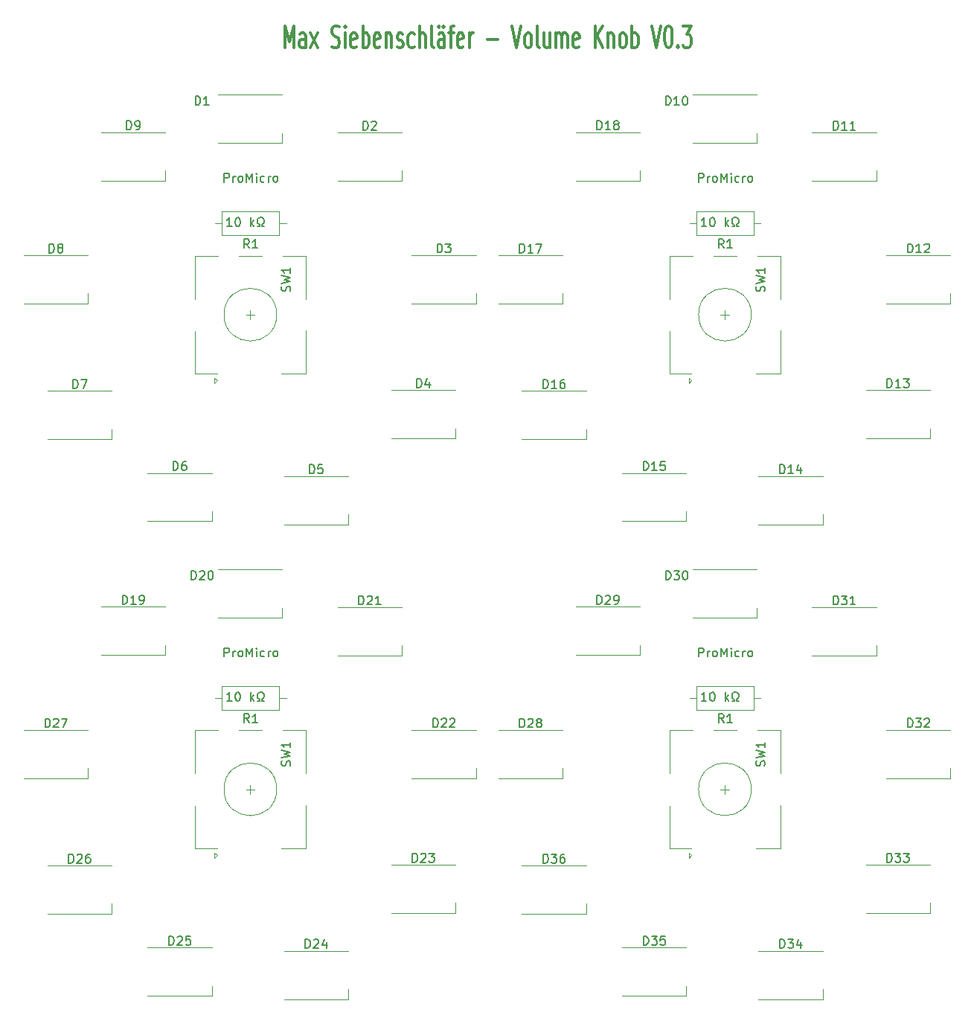
<source format=gbr>
%TF.GenerationSoftware,KiCad,Pcbnew,(6.0.0)*%
%TF.CreationDate,2022-01-02T19:46:58+01:00*%
%TF.ProjectId,VolumeKnob,566f6c75-6d65-44b6-9e6f-622e6b696361,rev?*%
%TF.SameCoordinates,Original*%
%TF.FileFunction,Legend,Top*%
%TF.FilePolarity,Positive*%
%FSLAX46Y46*%
G04 Gerber Fmt 4.6, Leading zero omitted, Abs format (unit mm)*
G04 Created by KiCad (PCBNEW (6.0.0)) date 2022-01-02 19:46:58*
%MOMM*%
%LPD*%
G01*
G04 APERTURE LIST*
%ADD10C,0.300000*%
%ADD11C,0.150000*%
%ADD12C,0.120000*%
G04 APERTURE END LIST*
D10*
X53928571Y-19632949D02*
X53928571Y-17132949D01*
X54428571Y-18918663D01*
X54928571Y-17132949D01*
X54928571Y-19632949D01*
X56285714Y-19632949D02*
X56285714Y-18323425D01*
X56214285Y-18085330D01*
X56071428Y-17966282D01*
X55785714Y-17966282D01*
X55642857Y-18085330D01*
X56285714Y-19513901D02*
X56142857Y-19632949D01*
X55785714Y-19632949D01*
X55642857Y-19513901D01*
X55571428Y-19275806D01*
X55571428Y-19037711D01*
X55642857Y-18799616D01*
X55785714Y-18680568D01*
X56142857Y-18680568D01*
X56285714Y-18561520D01*
X56857142Y-19632949D02*
X57642857Y-17966282D01*
X56857142Y-17966282D02*
X57642857Y-19632949D01*
X59285714Y-19513901D02*
X59499999Y-19632949D01*
X59857142Y-19632949D01*
X59999999Y-19513901D01*
X60071428Y-19394854D01*
X60142857Y-19156758D01*
X60142857Y-18918663D01*
X60071428Y-18680568D01*
X59999999Y-18561520D01*
X59857142Y-18442473D01*
X59571428Y-18323425D01*
X59428571Y-18204377D01*
X59357142Y-18085330D01*
X59285714Y-17847235D01*
X59285714Y-17609139D01*
X59357142Y-17371044D01*
X59428571Y-17251997D01*
X59571428Y-17132949D01*
X59928571Y-17132949D01*
X60142857Y-17251997D01*
X60785714Y-19632949D02*
X60785714Y-17966282D01*
X60785714Y-17132949D02*
X60714285Y-17251997D01*
X60785714Y-17371044D01*
X60857142Y-17251997D01*
X60785714Y-17132949D01*
X60785714Y-17371044D01*
X62071428Y-19513901D02*
X61928571Y-19632949D01*
X61642857Y-19632949D01*
X61499999Y-19513901D01*
X61428571Y-19275806D01*
X61428571Y-18323425D01*
X61499999Y-18085330D01*
X61642857Y-17966282D01*
X61928571Y-17966282D01*
X62071428Y-18085330D01*
X62142857Y-18323425D01*
X62142857Y-18561520D01*
X61428571Y-18799616D01*
X62785714Y-19632949D02*
X62785714Y-17132949D01*
X62785714Y-18085330D02*
X62928571Y-17966282D01*
X63214285Y-17966282D01*
X63357142Y-18085330D01*
X63428571Y-18204377D01*
X63499999Y-18442473D01*
X63499999Y-19156758D01*
X63428571Y-19394854D01*
X63357142Y-19513901D01*
X63214285Y-19632949D01*
X62928571Y-19632949D01*
X62785714Y-19513901D01*
X64714285Y-19513901D02*
X64571428Y-19632949D01*
X64285714Y-19632949D01*
X64142857Y-19513901D01*
X64071428Y-19275806D01*
X64071428Y-18323425D01*
X64142857Y-18085330D01*
X64285714Y-17966282D01*
X64571428Y-17966282D01*
X64714285Y-18085330D01*
X64785714Y-18323425D01*
X64785714Y-18561520D01*
X64071428Y-18799616D01*
X65428571Y-17966282D02*
X65428571Y-19632949D01*
X65428571Y-18204377D02*
X65499999Y-18085330D01*
X65642857Y-17966282D01*
X65857142Y-17966282D01*
X65999999Y-18085330D01*
X66071428Y-18323425D01*
X66071428Y-19632949D01*
X66714285Y-19513901D02*
X66857142Y-19632949D01*
X67142857Y-19632949D01*
X67285714Y-19513901D01*
X67357142Y-19275806D01*
X67357142Y-19156758D01*
X67285714Y-18918663D01*
X67142857Y-18799616D01*
X66928571Y-18799616D01*
X66785714Y-18680568D01*
X66714285Y-18442473D01*
X66714285Y-18323425D01*
X66785714Y-18085330D01*
X66928571Y-17966282D01*
X67142857Y-17966282D01*
X67285714Y-18085330D01*
X68642857Y-19513901D02*
X68500000Y-19632949D01*
X68214285Y-19632949D01*
X68071428Y-19513901D01*
X68000000Y-19394854D01*
X67928571Y-19156758D01*
X67928571Y-18442473D01*
X68000000Y-18204377D01*
X68071428Y-18085330D01*
X68214285Y-17966282D01*
X68500000Y-17966282D01*
X68642857Y-18085330D01*
X69285714Y-19632949D02*
X69285714Y-17132949D01*
X69928571Y-19632949D02*
X69928571Y-18323425D01*
X69857142Y-18085330D01*
X69714285Y-17966282D01*
X69500000Y-17966282D01*
X69357142Y-18085330D01*
X69285714Y-18204377D01*
X70857142Y-19632949D02*
X70714285Y-19513901D01*
X70642857Y-19275806D01*
X70642857Y-17132949D01*
X72071428Y-19632949D02*
X72071428Y-18323425D01*
X72000000Y-18085330D01*
X71857142Y-17966282D01*
X71571428Y-17966282D01*
X71428571Y-18085330D01*
X72071428Y-19513901D02*
X71928571Y-19632949D01*
X71571428Y-19632949D01*
X71428571Y-19513901D01*
X71357142Y-19275806D01*
X71357142Y-19037711D01*
X71428571Y-18799616D01*
X71571428Y-18680568D01*
X71928571Y-18680568D01*
X72071428Y-18561520D01*
X71428571Y-17132949D02*
X71500000Y-17251997D01*
X71428571Y-17371044D01*
X71357142Y-17251997D01*
X71428571Y-17132949D01*
X71428571Y-17371044D01*
X72000000Y-17132949D02*
X72071428Y-17251997D01*
X72000000Y-17371044D01*
X71928571Y-17251997D01*
X72000000Y-17132949D01*
X72000000Y-17371044D01*
X72571428Y-17966282D02*
X73142857Y-17966282D01*
X72785714Y-19632949D02*
X72785714Y-17490092D01*
X72857142Y-17251997D01*
X73000000Y-17132949D01*
X73142857Y-17132949D01*
X74214285Y-19513901D02*
X74071428Y-19632949D01*
X73785714Y-19632949D01*
X73642857Y-19513901D01*
X73571428Y-19275806D01*
X73571428Y-18323425D01*
X73642857Y-18085330D01*
X73785714Y-17966282D01*
X74071428Y-17966282D01*
X74214285Y-18085330D01*
X74285714Y-18323425D01*
X74285714Y-18561520D01*
X73571428Y-18799616D01*
X74928571Y-19632949D02*
X74928571Y-17966282D01*
X74928571Y-18442473D02*
X75000000Y-18204377D01*
X75071428Y-18085330D01*
X75214285Y-17966282D01*
X75357142Y-17966282D01*
X77000000Y-18680568D02*
X78142857Y-18680568D01*
X79785714Y-17132949D02*
X80285714Y-19632949D01*
X80785714Y-17132949D01*
X81500000Y-19632949D02*
X81357142Y-19513901D01*
X81285714Y-19394854D01*
X81214285Y-19156758D01*
X81214285Y-18442473D01*
X81285714Y-18204377D01*
X81357142Y-18085330D01*
X81500000Y-17966282D01*
X81714285Y-17966282D01*
X81857142Y-18085330D01*
X81928571Y-18204377D01*
X82000000Y-18442473D01*
X82000000Y-19156758D01*
X81928571Y-19394854D01*
X81857142Y-19513901D01*
X81714285Y-19632949D01*
X81500000Y-19632949D01*
X82857142Y-19632949D02*
X82714285Y-19513901D01*
X82642857Y-19275806D01*
X82642857Y-17132949D01*
X84071428Y-17966282D02*
X84071428Y-19632949D01*
X83428571Y-17966282D02*
X83428571Y-19275806D01*
X83500000Y-19513901D01*
X83642857Y-19632949D01*
X83857142Y-19632949D01*
X84000000Y-19513901D01*
X84071428Y-19394854D01*
X84785714Y-19632949D02*
X84785714Y-17966282D01*
X84785714Y-18204377D02*
X84857142Y-18085330D01*
X85000000Y-17966282D01*
X85214285Y-17966282D01*
X85357142Y-18085330D01*
X85428571Y-18323425D01*
X85428571Y-19632949D01*
X85428571Y-18323425D02*
X85500000Y-18085330D01*
X85642857Y-17966282D01*
X85857142Y-17966282D01*
X86000000Y-18085330D01*
X86071428Y-18323425D01*
X86071428Y-19632949D01*
X87357142Y-19513901D02*
X87214285Y-19632949D01*
X86928571Y-19632949D01*
X86785714Y-19513901D01*
X86714285Y-19275806D01*
X86714285Y-18323425D01*
X86785714Y-18085330D01*
X86928571Y-17966282D01*
X87214285Y-17966282D01*
X87357142Y-18085330D01*
X87428571Y-18323425D01*
X87428571Y-18561520D01*
X86714285Y-18799616D01*
X89214285Y-19632949D02*
X89214285Y-17132949D01*
X90071428Y-19632949D02*
X89428571Y-18204377D01*
X90071428Y-17132949D02*
X89214285Y-18561520D01*
X90714285Y-17966282D02*
X90714285Y-19632949D01*
X90714285Y-18204377D02*
X90785714Y-18085330D01*
X90928571Y-17966282D01*
X91142857Y-17966282D01*
X91285714Y-18085330D01*
X91357142Y-18323425D01*
X91357142Y-19632949D01*
X92285714Y-19632949D02*
X92142857Y-19513901D01*
X92071428Y-19394854D01*
X92000000Y-19156758D01*
X92000000Y-18442473D01*
X92071428Y-18204377D01*
X92142857Y-18085330D01*
X92285714Y-17966282D01*
X92500000Y-17966282D01*
X92642857Y-18085330D01*
X92714285Y-18204377D01*
X92785714Y-18442473D01*
X92785714Y-19156758D01*
X92714285Y-19394854D01*
X92642857Y-19513901D01*
X92500000Y-19632949D01*
X92285714Y-19632949D01*
X93428571Y-19632949D02*
X93428571Y-17132949D01*
X93428571Y-18085330D02*
X93571428Y-17966282D01*
X93857142Y-17966282D01*
X94000000Y-18085330D01*
X94071428Y-18204377D01*
X94142857Y-18442473D01*
X94142857Y-19156758D01*
X94071428Y-19394854D01*
X94000000Y-19513901D01*
X93857142Y-19632949D01*
X93571428Y-19632949D01*
X93428571Y-19513901D01*
X95714285Y-17132949D02*
X96214285Y-19632949D01*
X96714285Y-17132949D01*
X97500000Y-17132949D02*
X97642857Y-17132949D01*
X97785714Y-17251997D01*
X97857142Y-17371044D01*
X97928571Y-17609139D01*
X98000000Y-18085330D01*
X98000000Y-18680568D01*
X97928571Y-19156758D01*
X97857142Y-19394854D01*
X97785714Y-19513901D01*
X97642857Y-19632949D01*
X97500000Y-19632949D01*
X97357142Y-19513901D01*
X97285714Y-19394854D01*
X97214285Y-19156758D01*
X97142857Y-18680568D01*
X97142857Y-18085330D01*
X97214285Y-17609139D01*
X97285714Y-17371044D01*
X97357142Y-17251997D01*
X97500000Y-17132949D01*
X98642857Y-19394854D02*
X98714285Y-19513901D01*
X98642857Y-19632949D01*
X98571428Y-19513901D01*
X98642857Y-19394854D01*
X98642857Y-19632949D01*
X99214285Y-17132949D02*
X100142857Y-17132949D01*
X99642857Y-18085330D01*
X99857142Y-18085330D01*
X100000000Y-18204377D01*
X100071428Y-18323425D01*
X100142857Y-18561520D01*
X100142857Y-19156758D01*
X100071428Y-19394854D01*
X100000000Y-19513901D01*
X99857142Y-19632949D01*
X99428571Y-19632949D01*
X99285714Y-19513901D01*
X99214285Y-19394854D01*
D11*
%TO.C,D34*%
X110255718Y-122072383D02*
X110255718Y-121072383D01*
X110493813Y-121072383D01*
X110636670Y-121120003D01*
X110731908Y-121215241D01*
X110779527Y-121310479D01*
X110827146Y-121500955D01*
X110827146Y-121643812D01*
X110779527Y-121834288D01*
X110731908Y-121929526D01*
X110636670Y-122024764D01*
X110493813Y-122072383D01*
X110255718Y-122072383D01*
X111160480Y-121072383D02*
X111779527Y-121072383D01*
X111446194Y-121453336D01*
X111589051Y-121453336D01*
X111684289Y-121500955D01*
X111731908Y-121548574D01*
X111779527Y-121643812D01*
X111779527Y-121881907D01*
X111731908Y-121977145D01*
X111684289Y-122024764D01*
X111589051Y-122072383D01*
X111303337Y-122072383D01*
X111208099Y-122024764D01*
X111160480Y-121977145D01*
X112636670Y-121405717D02*
X112636670Y-122072383D01*
X112398575Y-121024764D02*
X112160480Y-121739050D01*
X112779527Y-121739050D01*
%TO.C,R1*%
X103863337Y-42422377D02*
X103530004Y-41946187D01*
X103291908Y-42422377D02*
X103291908Y-41422377D01*
X103672861Y-41422377D01*
X103768099Y-41469997D01*
X103815718Y-41517616D01*
X103863337Y-41612854D01*
X103863337Y-41755711D01*
X103815718Y-41850949D01*
X103768099Y-41898568D01*
X103672861Y-41946187D01*
X103291908Y-41946187D01*
X104815718Y-42422377D02*
X104244289Y-42422377D01*
X104530004Y-42422377D02*
X104530004Y-41422377D01*
X104434765Y-41565235D01*
X104339527Y-41660473D01*
X104244289Y-41708092D01*
X101891432Y-39952377D02*
X101320004Y-39952377D01*
X101605718Y-39952377D02*
X101605718Y-38952377D01*
X101510480Y-39095235D01*
X101415242Y-39190473D01*
X101320004Y-39238092D01*
X102510480Y-38952377D02*
X102605718Y-38952377D01*
X102700956Y-38999997D01*
X102748575Y-39047616D01*
X102796194Y-39142854D01*
X102843813Y-39333330D01*
X102843813Y-39571425D01*
X102796194Y-39761901D01*
X102748575Y-39857139D01*
X102700956Y-39904758D01*
X102605718Y-39952377D01*
X102510480Y-39952377D01*
X102415242Y-39904758D01*
X102367623Y-39857139D01*
X102320004Y-39761901D01*
X102272384Y-39571425D01*
X102272384Y-39333330D01*
X102320004Y-39142854D01*
X102367623Y-39047616D01*
X102415242Y-38999997D01*
X102510480Y-38952377D01*
X104034289Y-39952377D02*
X104034289Y-38952377D01*
X104129527Y-39571425D02*
X104415242Y-39952377D01*
X104415242Y-39285711D02*
X104034289Y-39666663D01*
X104796194Y-39952377D02*
X105034289Y-39952377D01*
X105034289Y-39761901D01*
X104939051Y-39714282D01*
X104843813Y-39619044D01*
X104796194Y-39476187D01*
X104796194Y-39238092D01*
X104843813Y-39095235D01*
X104939051Y-38999997D01*
X105081908Y-38952377D01*
X105272384Y-38952377D01*
X105415242Y-38999997D01*
X105510480Y-39095235D01*
X105558099Y-39238092D01*
X105558099Y-39476187D01*
X105510480Y-39619044D01*
X105415242Y-39714282D01*
X105320004Y-39761901D01*
X105320004Y-39952377D01*
X105558099Y-39952377D01*
%TO.C,D20*%
X43275711Y-80152383D02*
X43275711Y-79152383D01*
X43513806Y-79152383D01*
X43656663Y-79200003D01*
X43751901Y-79295241D01*
X43799520Y-79390479D01*
X43847139Y-79580955D01*
X43847139Y-79723812D01*
X43799520Y-79914288D01*
X43751901Y-80009526D01*
X43656663Y-80104764D01*
X43513806Y-80152383D01*
X43275711Y-80152383D01*
X44228092Y-79247622D02*
X44275711Y-79200003D01*
X44370949Y-79152383D01*
X44609044Y-79152383D01*
X44704282Y-79200003D01*
X44751901Y-79247622D01*
X44799520Y-79342860D01*
X44799520Y-79438098D01*
X44751901Y-79580955D01*
X44180473Y-80152383D01*
X44799520Y-80152383D01*
X45418568Y-79152383D02*
X45513806Y-79152383D01*
X45609044Y-79200003D01*
X45656663Y-79247622D01*
X45704282Y-79342860D01*
X45751901Y-79533336D01*
X45751901Y-79771431D01*
X45704282Y-79961907D01*
X45656663Y-80057145D01*
X45609044Y-80104764D01*
X45513806Y-80152383D01*
X45418568Y-80152383D01*
X45323330Y-80104764D01*
X45275711Y-80057145D01*
X45228092Y-79961907D01*
X45180473Y-79771431D01*
X45180473Y-79533336D01*
X45228092Y-79342860D01*
X45275711Y-79247622D01*
X45323330Y-79200003D01*
X45418568Y-79152383D01*
%TO.C,D17*%
X80645718Y-42952377D02*
X80645718Y-41952377D01*
X80883813Y-41952377D01*
X81026670Y-41999997D01*
X81121908Y-42095235D01*
X81169527Y-42190473D01*
X81217146Y-42380949D01*
X81217146Y-42523806D01*
X81169527Y-42714282D01*
X81121908Y-42809520D01*
X81026670Y-42904758D01*
X80883813Y-42952377D01*
X80645718Y-42952377D01*
X82169527Y-42952377D02*
X81598099Y-42952377D01*
X81883813Y-42952377D02*
X81883813Y-41952377D01*
X81788575Y-42095235D01*
X81693337Y-42190473D01*
X81598099Y-42238092D01*
X82502861Y-41952377D02*
X83169527Y-41952377D01*
X82740956Y-42952377D01*
%TO.C,D28*%
X80645718Y-96952383D02*
X80645718Y-95952383D01*
X80883813Y-95952383D01*
X81026670Y-96000003D01*
X81121908Y-96095241D01*
X81169527Y-96190479D01*
X81217146Y-96380955D01*
X81217146Y-96523812D01*
X81169527Y-96714288D01*
X81121908Y-96809526D01*
X81026670Y-96904764D01*
X80883813Y-96952383D01*
X80645718Y-96952383D01*
X81598099Y-96047622D02*
X81645718Y-96000003D01*
X81740956Y-95952383D01*
X81979051Y-95952383D01*
X82074289Y-96000003D01*
X82121908Y-96047622D01*
X82169527Y-96142860D01*
X82169527Y-96238098D01*
X82121908Y-96380955D01*
X81550480Y-96952383D01*
X82169527Y-96952383D01*
X82740956Y-96380955D02*
X82645718Y-96333336D01*
X82598099Y-96285717D01*
X82550480Y-96190479D01*
X82550480Y-96142860D01*
X82598099Y-96047622D01*
X82645718Y-96000003D01*
X82740956Y-95952383D01*
X82931432Y-95952383D01*
X83026670Y-96000003D01*
X83074289Y-96047622D01*
X83121908Y-96142860D01*
X83121908Y-96190479D01*
X83074289Y-96285717D01*
X83026670Y-96333336D01*
X82931432Y-96380955D01*
X82740956Y-96380955D01*
X82645718Y-96428574D01*
X82598099Y-96476193D01*
X82550480Y-96571431D01*
X82550480Y-96761907D01*
X82598099Y-96857145D01*
X82645718Y-96904764D01*
X82740956Y-96952383D01*
X82931432Y-96952383D01*
X83026670Y-96904764D01*
X83074289Y-96857145D01*
X83121908Y-96761907D01*
X83121908Y-96571431D01*
X83074289Y-96476193D01*
X83026670Y-96428574D01*
X82931432Y-96380955D01*
%TO.C,D36*%
X83335718Y-112382383D02*
X83335718Y-111382383D01*
X83573813Y-111382383D01*
X83716670Y-111430003D01*
X83811908Y-111525241D01*
X83859527Y-111620479D01*
X83907146Y-111810955D01*
X83907146Y-111953812D01*
X83859527Y-112144288D01*
X83811908Y-112239526D01*
X83716670Y-112334764D01*
X83573813Y-112382383D01*
X83335718Y-112382383D01*
X84240480Y-111382383D02*
X84859527Y-111382383D01*
X84526194Y-111763336D01*
X84669051Y-111763336D01*
X84764289Y-111810955D01*
X84811908Y-111858574D01*
X84859527Y-111953812D01*
X84859527Y-112191907D01*
X84811908Y-112287145D01*
X84764289Y-112334764D01*
X84669051Y-112382383D01*
X84383337Y-112382383D01*
X84288099Y-112334764D01*
X84240480Y-112287145D01*
X85716670Y-111382383D02*
X85526194Y-111382383D01*
X85430956Y-111430003D01*
X85383337Y-111477622D01*
X85288099Y-111620479D01*
X85240480Y-111810955D01*
X85240480Y-112191907D01*
X85288099Y-112287145D01*
X85335718Y-112334764D01*
X85430956Y-112382383D01*
X85621432Y-112382383D01*
X85716670Y-112334764D01*
X85764289Y-112287145D01*
X85811908Y-112191907D01*
X85811908Y-111953812D01*
X85764289Y-111858574D01*
X85716670Y-111810955D01*
X85621432Y-111763336D01*
X85430956Y-111763336D01*
X85335718Y-111810955D01*
X85288099Y-111858574D01*
X85240480Y-111953812D01*
%TO.C,D6*%
X41211901Y-67712377D02*
X41211901Y-66712377D01*
X41449997Y-66712377D01*
X41592854Y-66759997D01*
X41688092Y-66855235D01*
X41735711Y-66950473D01*
X41783330Y-67140949D01*
X41783330Y-67283806D01*
X41735711Y-67474282D01*
X41688092Y-67569520D01*
X41592854Y-67664758D01*
X41449997Y-67712377D01*
X41211901Y-67712377D01*
X42640473Y-66712377D02*
X42449997Y-66712377D01*
X42354758Y-66759997D01*
X42307139Y-66807616D01*
X42211901Y-66950473D01*
X42164282Y-67140949D01*
X42164282Y-67521901D01*
X42211901Y-67617139D01*
X42259520Y-67664758D01*
X42354758Y-67712377D01*
X42545235Y-67712377D01*
X42640473Y-67664758D01*
X42688092Y-67617139D01*
X42735711Y-67521901D01*
X42735711Y-67283806D01*
X42688092Y-67188568D01*
X42640473Y-67140949D01*
X42545235Y-67093330D01*
X42354758Y-67093330D01*
X42259520Y-67140949D01*
X42211901Y-67188568D01*
X42164282Y-67283806D01*
%TO.C,D15*%
X94735718Y-67712377D02*
X94735718Y-66712377D01*
X94973813Y-66712377D01*
X95116670Y-66759997D01*
X95211908Y-66855235D01*
X95259527Y-66950473D01*
X95307146Y-67140949D01*
X95307146Y-67283806D01*
X95259527Y-67474282D01*
X95211908Y-67569520D01*
X95116670Y-67664758D01*
X94973813Y-67712377D01*
X94735718Y-67712377D01*
X96259527Y-67712377D02*
X95688099Y-67712377D01*
X95973813Y-67712377D02*
X95973813Y-66712377D01*
X95878575Y-66855235D01*
X95783337Y-66950473D01*
X95688099Y-66998092D01*
X97164289Y-66712377D02*
X96688099Y-66712377D01*
X96640480Y-67188568D01*
X96688099Y-67140949D01*
X96783337Y-67093330D01*
X97021432Y-67093330D01*
X97116670Y-67140949D01*
X97164289Y-67188568D01*
X97211908Y-67283806D01*
X97211908Y-67521901D01*
X97164289Y-67617139D01*
X97116670Y-67664758D01*
X97021432Y-67712377D01*
X96783337Y-67712377D01*
X96688099Y-67664758D01*
X96640480Y-67617139D01*
%TO.C,D27*%
X26645711Y-96952383D02*
X26645711Y-95952383D01*
X26883806Y-95952383D01*
X27026663Y-96000003D01*
X27121901Y-96095241D01*
X27169520Y-96190479D01*
X27217139Y-96380955D01*
X27217139Y-96523812D01*
X27169520Y-96714288D01*
X27121901Y-96809526D01*
X27026663Y-96904764D01*
X26883806Y-96952383D01*
X26645711Y-96952383D01*
X27598092Y-96047622D02*
X27645711Y-96000003D01*
X27740949Y-95952383D01*
X27979044Y-95952383D01*
X28074282Y-96000003D01*
X28121901Y-96047622D01*
X28169520Y-96142860D01*
X28169520Y-96238098D01*
X28121901Y-96380955D01*
X27550473Y-96952383D01*
X28169520Y-96952383D01*
X28502854Y-95952383D02*
X29169520Y-95952383D01*
X28740949Y-96952383D01*
%TO.C,D29*%
X89445718Y-82942383D02*
X89445718Y-81942383D01*
X89683813Y-81942383D01*
X89826670Y-81990003D01*
X89921908Y-82085241D01*
X89969527Y-82180479D01*
X90017146Y-82370955D01*
X90017146Y-82513812D01*
X89969527Y-82704288D01*
X89921908Y-82799526D01*
X89826670Y-82894764D01*
X89683813Y-82942383D01*
X89445718Y-82942383D01*
X90398099Y-82037622D02*
X90445718Y-81990003D01*
X90540956Y-81942383D01*
X90779051Y-81942383D01*
X90874289Y-81990003D01*
X90921908Y-82037622D01*
X90969527Y-82132860D01*
X90969527Y-82228098D01*
X90921908Y-82370955D01*
X90350480Y-82942383D01*
X90969527Y-82942383D01*
X91445718Y-82942383D02*
X91636194Y-82942383D01*
X91731432Y-82894764D01*
X91779051Y-82847145D01*
X91874289Y-82704288D01*
X91921908Y-82513812D01*
X91921908Y-82132860D01*
X91874289Y-82037622D01*
X91826670Y-81990003D01*
X91731432Y-81942383D01*
X91540956Y-81942383D01*
X91445718Y-81990003D01*
X91398099Y-82037622D01*
X91350480Y-82132860D01*
X91350480Y-82370955D01*
X91398099Y-82466193D01*
X91445718Y-82513812D01*
X91540956Y-82561431D01*
X91731432Y-82561431D01*
X91826670Y-82513812D01*
X91874289Y-82466193D01*
X91921908Y-82370955D01*
%TO.C,D18*%
X89445718Y-28942377D02*
X89445718Y-27942377D01*
X89683813Y-27942377D01*
X89826670Y-27989997D01*
X89921908Y-28085235D01*
X89969527Y-28180473D01*
X90017146Y-28370949D01*
X90017146Y-28513806D01*
X89969527Y-28704282D01*
X89921908Y-28799520D01*
X89826670Y-28894758D01*
X89683813Y-28942377D01*
X89445718Y-28942377D01*
X90969527Y-28942377D02*
X90398099Y-28942377D01*
X90683813Y-28942377D02*
X90683813Y-27942377D01*
X90588575Y-28085235D01*
X90493337Y-28180473D01*
X90398099Y-28228092D01*
X91540956Y-28370949D02*
X91445718Y-28323330D01*
X91398099Y-28275711D01*
X91350480Y-28180473D01*
X91350480Y-28132854D01*
X91398099Y-28037616D01*
X91445718Y-27989997D01*
X91540956Y-27942377D01*
X91731432Y-27942377D01*
X91826670Y-27989997D01*
X91874289Y-28037616D01*
X91921908Y-28132854D01*
X91921908Y-28180473D01*
X91874289Y-28275711D01*
X91826670Y-28323330D01*
X91731432Y-28370949D01*
X91540956Y-28370949D01*
X91445718Y-28418568D01*
X91398099Y-28466187D01*
X91350480Y-28561425D01*
X91350480Y-28751901D01*
X91398099Y-28847139D01*
X91445718Y-28894758D01*
X91540956Y-28942377D01*
X91731432Y-28942377D01*
X91826670Y-28894758D01*
X91874289Y-28847139D01*
X91921908Y-28751901D01*
X91921908Y-28561425D01*
X91874289Y-28466187D01*
X91826670Y-28418568D01*
X91731432Y-28370949D01*
%TO.C,U1*%
X101036194Y-88912383D02*
X101036194Y-87912383D01*
X101417146Y-87912383D01*
X101512384Y-87960003D01*
X101560004Y-88007622D01*
X101607623Y-88102860D01*
X101607623Y-88245717D01*
X101560004Y-88340955D01*
X101512384Y-88388574D01*
X101417146Y-88436193D01*
X101036194Y-88436193D01*
X102036194Y-88912383D02*
X102036194Y-88245717D01*
X102036194Y-88436193D02*
X102083813Y-88340955D01*
X102131432Y-88293336D01*
X102226670Y-88245717D01*
X102321908Y-88245717D01*
X102798099Y-88912383D02*
X102702861Y-88864764D01*
X102655242Y-88817145D01*
X102607623Y-88721907D01*
X102607623Y-88436193D01*
X102655242Y-88340955D01*
X102702861Y-88293336D01*
X102798099Y-88245717D01*
X102940956Y-88245717D01*
X103036194Y-88293336D01*
X103083813Y-88340955D01*
X103131432Y-88436193D01*
X103131432Y-88721907D01*
X103083813Y-88817145D01*
X103036194Y-88864764D01*
X102940956Y-88912383D01*
X102798099Y-88912383D01*
X103560004Y-88912383D02*
X103560004Y-87912383D01*
X103893337Y-88626669D01*
X104226670Y-87912383D01*
X104226670Y-88912383D01*
X104702861Y-88912383D02*
X104702861Y-88245717D01*
X104702861Y-87912383D02*
X104655242Y-87960003D01*
X104702861Y-88007622D01*
X104750480Y-87960003D01*
X104702861Y-87912383D01*
X104702861Y-88007622D01*
X105607623Y-88864764D02*
X105512384Y-88912383D01*
X105321908Y-88912383D01*
X105226670Y-88864764D01*
X105179051Y-88817145D01*
X105131432Y-88721907D01*
X105131432Y-88436193D01*
X105179051Y-88340955D01*
X105226670Y-88293336D01*
X105321908Y-88245717D01*
X105512384Y-88245717D01*
X105607623Y-88293336D01*
X106036194Y-88912383D02*
X106036194Y-88245717D01*
X106036194Y-88436193D02*
X106083813Y-88340955D01*
X106131432Y-88293336D01*
X106226670Y-88245717D01*
X106321908Y-88245717D01*
X106798099Y-88912383D02*
X106702861Y-88864764D01*
X106655242Y-88817145D01*
X106607623Y-88721907D01*
X106607623Y-88436193D01*
X106655242Y-88340955D01*
X106702861Y-88293336D01*
X106798099Y-88245717D01*
X106940956Y-88245717D01*
X107036194Y-88293336D01*
X107083813Y-88340955D01*
X107131432Y-88436193D01*
X107131432Y-88721907D01*
X107083813Y-88817145D01*
X107036194Y-88864764D01*
X106940956Y-88912383D01*
X106798099Y-88912383D01*
%TO.C,SW1*%
X54504758Y-47333330D02*
X54552377Y-47190473D01*
X54552377Y-46952377D01*
X54504758Y-46857139D01*
X54457139Y-46809520D01*
X54361901Y-46761901D01*
X54266663Y-46761901D01*
X54171425Y-46809520D01*
X54123806Y-46857139D01*
X54076187Y-46952377D01*
X54028568Y-47142854D01*
X53980949Y-47238092D01*
X53933330Y-47285711D01*
X53838092Y-47333330D01*
X53742854Y-47333330D01*
X53647616Y-47285711D01*
X53599997Y-47238092D01*
X53552377Y-47142854D01*
X53552377Y-46904758D01*
X53599997Y-46761901D01*
X53552377Y-46428568D02*
X54552377Y-46190473D01*
X53838092Y-45999997D01*
X54552377Y-45809520D01*
X53552377Y-45571425D01*
X54552377Y-44666663D02*
X54552377Y-45238092D01*
X54552377Y-44952377D02*
X53552377Y-44952377D01*
X53695235Y-45047616D01*
X53790473Y-45142854D01*
X53838092Y-45238092D01*
%TO.C,D1*%
X43751901Y-26152377D02*
X43751901Y-25152377D01*
X43989997Y-25152377D01*
X44132854Y-25199997D01*
X44228092Y-25295235D01*
X44275711Y-25390473D01*
X44323330Y-25580949D01*
X44323330Y-25723806D01*
X44275711Y-25914282D01*
X44228092Y-26009520D01*
X44132854Y-26104758D01*
X43989997Y-26152377D01*
X43751901Y-26152377D01*
X45275711Y-26152377D02*
X44704282Y-26152377D01*
X44989997Y-26152377D02*
X44989997Y-25152377D01*
X44894758Y-25295235D01*
X44799520Y-25390473D01*
X44704282Y-25438092D01*
%TO.C,D24*%
X56255711Y-122072383D02*
X56255711Y-121072383D01*
X56493806Y-121072383D01*
X56636663Y-121120003D01*
X56731901Y-121215241D01*
X56779520Y-121310479D01*
X56827139Y-121500955D01*
X56827139Y-121643812D01*
X56779520Y-121834288D01*
X56731901Y-121929526D01*
X56636663Y-122024764D01*
X56493806Y-122072383D01*
X56255711Y-122072383D01*
X57208092Y-121167622D02*
X57255711Y-121120003D01*
X57350949Y-121072383D01*
X57589044Y-121072383D01*
X57684282Y-121120003D01*
X57731901Y-121167622D01*
X57779520Y-121262860D01*
X57779520Y-121358098D01*
X57731901Y-121500955D01*
X57160473Y-122072383D01*
X57779520Y-122072383D01*
X58636663Y-121405717D02*
X58636663Y-122072383D01*
X58398568Y-121024764D02*
X58160473Y-121739050D01*
X58779520Y-121739050D01*
%TO.C,U1*%
X47036187Y-88912383D02*
X47036187Y-87912383D01*
X47417139Y-87912383D01*
X47512377Y-87960003D01*
X47559997Y-88007622D01*
X47607616Y-88102860D01*
X47607616Y-88245717D01*
X47559997Y-88340955D01*
X47512377Y-88388574D01*
X47417139Y-88436193D01*
X47036187Y-88436193D01*
X48036187Y-88912383D02*
X48036187Y-88245717D01*
X48036187Y-88436193D02*
X48083806Y-88340955D01*
X48131425Y-88293336D01*
X48226663Y-88245717D01*
X48321901Y-88245717D01*
X48798092Y-88912383D02*
X48702854Y-88864764D01*
X48655235Y-88817145D01*
X48607616Y-88721907D01*
X48607616Y-88436193D01*
X48655235Y-88340955D01*
X48702854Y-88293336D01*
X48798092Y-88245717D01*
X48940949Y-88245717D01*
X49036187Y-88293336D01*
X49083806Y-88340955D01*
X49131425Y-88436193D01*
X49131425Y-88721907D01*
X49083806Y-88817145D01*
X49036187Y-88864764D01*
X48940949Y-88912383D01*
X48798092Y-88912383D01*
X49559997Y-88912383D02*
X49559997Y-87912383D01*
X49893330Y-88626669D01*
X50226663Y-87912383D01*
X50226663Y-88912383D01*
X50702854Y-88912383D02*
X50702854Y-88245717D01*
X50702854Y-87912383D02*
X50655235Y-87960003D01*
X50702854Y-88007622D01*
X50750473Y-87960003D01*
X50702854Y-87912383D01*
X50702854Y-88007622D01*
X51607616Y-88864764D02*
X51512377Y-88912383D01*
X51321901Y-88912383D01*
X51226663Y-88864764D01*
X51179044Y-88817145D01*
X51131425Y-88721907D01*
X51131425Y-88436193D01*
X51179044Y-88340955D01*
X51226663Y-88293336D01*
X51321901Y-88245717D01*
X51512377Y-88245717D01*
X51607616Y-88293336D01*
X52036187Y-88912383D02*
X52036187Y-88245717D01*
X52036187Y-88436193D02*
X52083806Y-88340955D01*
X52131425Y-88293336D01*
X52226663Y-88245717D01*
X52321901Y-88245717D01*
X52798092Y-88912383D02*
X52702854Y-88864764D01*
X52655235Y-88817145D01*
X52607616Y-88721907D01*
X52607616Y-88436193D01*
X52655235Y-88340955D01*
X52702854Y-88293336D01*
X52798092Y-88245717D01*
X52940949Y-88245717D01*
X53036187Y-88293336D01*
X53083806Y-88340955D01*
X53131425Y-88436193D01*
X53131425Y-88721907D01*
X53083806Y-88817145D01*
X53036187Y-88864764D01*
X52940949Y-88912383D01*
X52798092Y-88912383D01*
%TO.C,D11*%
X116345718Y-28982377D02*
X116345718Y-27982377D01*
X116583813Y-27982377D01*
X116726670Y-28029997D01*
X116821908Y-28125235D01*
X116869527Y-28220473D01*
X116917146Y-28410949D01*
X116917146Y-28553806D01*
X116869527Y-28744282D01*
X116821908Y-28839520D01*
X116726670Y-28934758D01*
X116583813Y-28982377D01*
X116345718Y-28982377D01*
X117869527Y-28982377D02*
X117298099Y-28982377D01*
X117583813Y-28982377D02*
X117583813Y-27982377D01*
X117488575Y-28125235D01*
X117393337Y-28220473D01*
X117298099Y-28268092D01*
X118821908Y-28982377D02*
X118250480Y-28982377D01*
X118536194Y-28982377D02*
X118536194Y-27982377D01*
X118440956Y-28125235D01*
X118345718Y-28220473D01*
X118250480Y-28268092D01*
%TO.C,D9*%
X35921901Y-28942377D02*
X35921901Y-27942377D01*
X36159997Y-27942377D01*
X36302854Y-27989997D01*
X36398092Y-28085235D01*
X36445711Y-28180473D01*
X36493330Y-28370949D01*
X36493330Y-28513806D01*
X36445711Y-28704282D01*
X36398092Y-28799520D01*
X36302854Y-28894758D01*
X36159997Y-28942377D01*
X35921901Y-28942377D01*
X36969520Y-28942377D02*
X37159997Y-28942377D01*
X37255235Y-28894758D01*
X37302854Y-28847139D01*
X37398092Y-28704282D01*
X37445711Y-28513806D01*
X37445711Y-28132854D01*
X37398092Y-28037616D01*
X37350473Y-27989997D01*
X37255235Y-27942377D01*
X37064758Y-27942377D01*
X36969520Y-27989997D01*
X36921901Y-28037616D01*
X36874282Y-28132854D01*
X36874282Y-28370949D01*
X36921901Y-28466187D01*
X36969520Y-28513806D01*
X37064758Y-28561425D01*
X37255235Y-28561425D01*
X37350473Y-28513806D01*
X37398092Y-28466187D01*
X37445711Y-28370949D01*
%TO.C,D31*%
X116345718Y-82982383D02*
X116345718Y-81982383D01*
X116583813Y-81982383D01*
X116726670Y-82030003D01*
X116821908Y-82125241D01*
X116869527Y-82220479D01*
X116917146Y-82410955D01*
X116917146Y-82553812D01*
X116869527Y-82744288D01*
X116821908Y-82839526D01*
X116726670Y-82934764D01*
X116583813Y-82982383D01*
X116345718Y-82982383D01*
X117250480Y-81982383D02*
X117869527Y-81982383D01*
X117536194Y-82363336D01*
X117679051Y-82363336D01*
X117774289Y-82410955D01*
X117821908Y-82458574D01*
X117869527Y-82553812D01*
X117869527Y-82791907D01*
X117821908Y-82887145D01*
X117774289Y-82934764D01*
X117679051Y-82982383D01*
X117393337Y-82982383D01*
X117298099Y-82934764D01*
X117250480Y-82887145D01*
X118821908Y-82982383D02*
X118250480Y-82982383D01*
X118536194Y-82982383D02*
X118536194Y-81982383D01*
X118440956Y-82125241D01*
X118345718Y-82220479D01*
X118250480Y-82268098D01*
%TO.C,D4*%
X68931901Y-58292377D02*
X68931901Y-57292377D01*
X69169997Y-57292377D01*
X69312854Y-57339997D01*
X69408092Y-57435235D01*
X69455711Y-57530473D01*
X69503330Y-57720949D01*
X69503330Y-57863806D01*
X69455711Y-58054282D01*
X69408092Y-58149520D01*
X69312854Y-58244758D01*
X69169997Y-58292377D01*
X68931901Y-58292377D01*
X70360473Y-57625711D02*
X70360473Y-58292377D01*
X70122377Y-57244758D02*
X69884282Y-57959044D01*
X70503330Y-57959044D01*
%TO.C,SW1*%
X108504765Y-47333330D02*
X108552384Y-47190473D01*
X108552384Y-46952377D01*
X108504765Y-46857139D01*
X108457146Y-46809520D01*
X108361908Y-46761901D01*
X108266670Y-46761901D01*
X108171432Y-46809520D01*
X108123813Y-46857139D01*
X108076194Y-46952377D01*
X108028575Y-47142854D01*
X107980956Y-47238092D01*
X107933337Y-47285711D01*
X107838099Y-47333330D01*
X107742861Y-47333330D01*
X107647623Y-47285711D01*
X107600004Y-47238092D01*
X107552384Y-47142854D01*
X107552384Y-46904758D01*
X107600004Y-46761901D01*
X107552384Y-46428568D02*
X108552384Y-46190473D01*
X107838099Y-45999997D01*
X108552384Y-45809520D01*
X107552384Y-45571425D01*
X108552384Y-44666663D02*
X108552384Y-45238092D01*
X108552384Y-44952377D02*
X107552384Y-44952377D01*
X107695242Y-45047616D01*
X107790480Y-45142854D01*
X107838099Y-45238092D01*
%TO.C,D25*%
X40735711Y-121712383D02*
X40735711Y-120712383D01*
X40973806Y-120712383D01*
X41116663Y-120760003D01*
X41211901Y-120855241D01*
X41259520Y-120950479D01*
X41307139Y-121140955D01*
X41307139Y-121283812D01*
X41259520Y-121474288D01*
X41211901Y-121569526D01*
X41116663Y-121664764D01*
X40973806Y-121712383D01*
X40735711Y-121712383D01*
X41688092Y-120807622D02*
X41735711Y-120760003D01*
X41830949Y-120712383D01*
X42069044Y-120712383D01*
X42164282Y-120760003D01*
X42211901Y-120807622D01*
X42259520Y-120902860D01*
X42259520Y-120998098D01*
X42211901Y-121140955D01*
X41640473Y-121712383D01*
X42259520Y-121712383D01*
X43164282Y-120712383D02*
X42688092Y-120712383D01*
X42640473Y-121188574D01*
X42688092Y-121140955D01*
X42783330Y-121093336D01*
X43021425Y-121093336D01*
X43116663Y-121140955D01*
X43164282Y-121188574D01*
X43211901Y-121283812D01*
X43211901Y-121521907D01*
X43164282Y-121617145D01*
X43116663Y-121664764D01*
X43021425Y-121712383D01*
X42783330Y-121712383D01*
X42688092Y-121664764D01*
X42640473Y-121617145D01*
%TO.C,U1*%
X47036187Y-34912377D02*
X47036187Y-33912377D01*
X47417139Y-33912377D01*
X47512377Y-33959997D01*
X47559997Y-34007616D01*
X47607616Y-34102854D01*
X47607616Y-34245711D01*
X47559997Y-34340949D01*
X47512377Y-34388568D01*
X47417139Y-34436187D01*
X47036187Y-34436187D01*
X48036187Y-34912377D02*
X48036187Y-34245711D01*
X48036187Y-34436187D02*
X48083806Y-34340949D01*
X48131425Y-34293330D01*
X48226663Y-34245711D01*
X48321901Y-34245711D01*
X48798092Y-34912377D02*
X48702854Y-34864758D01*
X48655235Y-34817139D01*
X48607616Y-34721901D01*
X48607616Y-34436187D01*
X48655235Y-34340949D01*
X48702854Y-34293330D01*
X48798092Y-34245711D01*
X48940949Y-34245711D01*
X49036187Y-34293330D01*
X49083806Y-34340949D01*
X49131425Y-34436187D01*
X49131425Y-34721901D01*
X49083806Y-34817139D01*
X49036187Y-34864758D01*
X48940949Y-34912377D01*
X48798092Y-34912377D01*
X49559997Y-34912377D02*
X49559997Y-33912377D01*
X49893330Y-34626663D01*
X50226663Y-33912377D01*
X50226663Y-34912377D01*
X50702854Y-34912377D02*
X50702854Y-34245711D01*
X50702854Y-33912377D02*
X50655235Y-33959997D01*
X50702854Y-34007616D01*
X50750473Y-33959997D01*
X50702854Y-33912377D01*
X50702854Y-34007616D01*
X51607616Y-34864758D02*
X51512377Y-34912377D01*
X51321901Y-34912377D01*
X51226663Y-34864758D01*
X51179044Y-34817139D01*
X51131425Y-34721901D01*
X51131425Y-34436187D01*
X51179044Y-34340949D01*
X51226663Y-34293330D01*
X51321901Y-34245711D01*
X51512377Y-34245711D01*
X51607616Y-34293330D01*
X52036187Y-34912377D02*
X52036187Y-34245711D01*
X52036187Y-34436187D02*
X52083806Y-34340949D01*
X52131425Y-34293330D01*
X52226663Y-34245711D01*
X52321901Y-34245711D01*
X52798092Y-34912377D02*
X52702854Y-34864758D01*
X52655235Y-34817139D01*
X52607616Y-34721901D01*
X52607616Y-34436187D01*
X52655235Y-34340949D01*
X52702854Y-34293330D01*
X52798092Y-34245711D01*
X52940949Y-34245711D01*
X53036187Y-34293330D01*
X53083806Y-34340949D01*
X53131425Y-34436187D01*
X53131425Y-34721901D01*
X53083806Y-34817139D01*
X53036187Y-34864758D01*
X52940949Y-34912377D01*
X52798092Y-34912377D01*
%TO.C,D21*%
X62345711Y-82982383D02*
X62345711Y-81982383D01*
X62583806Y-81982383D01*
X62726663Y-82030003D01*
X62821901Y-82125241D01*
X62869520Y-82220479D01*
X62917139Y-82410955D01*
X62917139Y-82553812D01*
X62869520Y-82744288D01*
X62821901Y-82839526D01*
X62726663Y-82934764D01*
X62583806Y-82982383D01*
X62345711Y-82982383D01*
X63298092Y-82077622D02*
X63345711Y-82030003D01*
X63440949Y-81982383D01*
X63679044Y-81982383D01*
X63774282Y-82030003D01*
X63821901Y-82077622D01*
X63869520Y-82172860D01*
X63869520Y-82268098D01*
X63821901Y-82410955D01*
X63250473Y-82982383D01*
X63869520Y-82982383D01*
X64821901Y-82982383D02*
X64250473Y-82982383D01*
X64536187Y-82982383D02*
X64536187Y-81982383D01*
X64440949Y-82125241D01*
X64345711Y-82220479D01*
X64250473Y-82268098D01*
%TO.C,R1*%
X49863330Y-42422377D02*
X49529997Y-41946187D01*
X49291901Y-42422377D02*
X49291901Y-41422377D01*
X49672854Y-41422377D01*
X49768092Y-41469997D01*
X49815711Y-41517616D01*
X49863330Y-41612854D01*
X49863330Y-41755711D01*
X49815711Y-41850949D01*
X49768092Y-41898568D01*
X49672854Y-41946187D01*
X49291901Y-41946187D01*
X50815711Y-42422377D02*
X50244282Y-42422377D01*
X50529997Y-42422377D02*
X50529997Y-41422377D01*
X50434758Y-41565235D01*
X50339520Y-41660473D01*
X50244282Y-41708092D01*
X47891425Y-39952377D02*
X47319997Y-39952377D01*
X47605711Y-39952377D02*
X47605711Y-38952377D01*
X47510473Y-39095235D01*
X47415235Y-39190473D01*
X47319997Y-39238092D01*
X48510473Y-38952377D02*
X48605711Y-38952377D01*
X48700949Y-38999997D01*
X48748568Y-39047616D01*
X48796187Y-39142854D01*
X48843806Y-39333330D01*
X48843806Y-39571425D01*
X48796187Y-39761901D01*
X48748568Y-39857139D01*
X48700949Y-39904758D01*
X48605711Y-39952377D01*
X48510473Y-39952377D01*
X48415235Y-39904758D01*
X48367616Y-39857139D01*
X48319997Y-39761901D01*
X48272377Y-39571425D01*
X48272377Y-39333330D01*
X48319997Y-39142854D01*
X48367616Y-39047616D01*
X48415235Y-38999997D01*
X48510473Y-38952377D01*
X50034282Y-39952377D02*
X50034282Y-38952377D01*
X50129520Y-39571425D02*
X50415235Y-39952377D01*
X50415235Y-39285711D02*
X50034282Y-39666663D01*
X50796187Y-39952377D02*
X51034282Y-39952377D01*
X51034282Y-39761901D01*
X50939044Y-39714282D01*
X50843806Y-39619044D01*
X50796187Y-39476187D01*
X50796187Y-39238092D01*
X50843806Y-39095235D01*
X50939044Y-38999997D01*
X51081901Y-38952377D01*
X51272377Y-38952377D01*
X51415235Y-38999997D01*
X51510473Y-39095235D01*
X51558092Y-39238092D01*
X51558092Y-39476187D01*
X51510473Y-39619044D01*
X51415235Y-39714282D01*
X51319997Y-39761901D01*
X51319997Y-39952377D01*
X51558092Y-39952377D01*
%TO.C,SW1*%
X108504765Y-101333336D02*
X108552384Y-101190479D01*
X108552384Y-100952383D01*
X108504765Y-100857145D01*
X108457146Y-100809526D01*
X108361908Y-100761907D01*
X108266670Y-100761907D01*
X108171432Y-100809526D01*
X108123813Y-100857145D01*
X108076194Y-100952383D01*
X108028575Y-101142860D01*
X107980956Y-101238098D01*
X107933337Y-101285717D01*
X107838099Y-101333336D01*
X107742861Y-101333336D01*
X107647623Y-101285717D01*
X107600004Y-101238098D01*
X107552384Y-101142860D01*
X107552384Y-100904764D01*
X107600004Y-100761907D01*
X107552384Y-100428574D02*
X108552384Y-100190479D01*
X107838099Y-100000003D01*
X108552384Y-99809526D01*
X107552384Y-99571431D01*
X108552384Y-98666669D02*
X108552384Y-99238098D01*
X108552384Y-98952383D02*
X107552384Y-98952383D01*
X107695242Y-99047622D01*
X107790480Y-99142860D01*
X107838099Y-99238098D01*
%TO.C,U1*%
X101036194Y-34912377D02*
X101036194Y-33912377D01*
X101417146Y-33912377D01*
X101512384Y-33959997D01*
X101560004Y-34007616D01*
X101607623Y-34102854D01*
X101607623Y-34245711D01*
X101560004Y-34340949D01*
X101512384Y-34388568D01*
X101417146Y-34436187D01*
X101036194Y-34436187D01*
X102036194Y-34912377D02*
X102036194Y-34245711D01*
X102036194Y-34436187D02*
X102083813Y-34340949D01*
X102131432Y-34293330D01*
X102226670Y-34245711D01*
X102321908Y-34245711D01*
X102798099Y-34912377D02*
X102702861Y-34864758D01*
X102655242Y-34817139D01*
X102607623Y-34721901D01*
X102607623Y-34436187D01*
X102655242Y-34340949D01*
X102702861Y-34293330D01*
X102798099Y-34245711D01*
X102940956Y-34245711D01*
X103036194Y-34293330D01*
X103083813Y-34340949D01*
X103131432Y-34436187D01*
X103131432Y-34721901D01*
X103083813Y-34817139D01*
X103036194Y-34864758D01*
X102940956Y-34912377D01*
X102798099Y-34912377D01*
X103560004Y-34912377D02*
X103560004Y-33912377D01*
X103893337Y-34626663D01*
X104226670Y-33912377D01*
X104226670Y-34912377D01*
X104702861Y-34912377D02*
X104702861Y-34245711D01*
X104702861Y-33912377D02*
X104655242Y-33959997D01*
X104702861Y-34007616D01*
X104750480Y-33959997D01*
X104702861Y-33912377D01*
X104702861Y-34007616D01*
X105607623Y-34864758D02*
X105512384Y-34912377D01*
X105321908Y-34912377D01*
X105226670Y-34864758D01*
X105179051Y-34817139D01*
X105131432Y-34721901D01*
X105131432Y-34436187D01*
X105179051Y-34340949D01*
X105226670Y-34293330D01*
X105321908Y-34245711D01*
X105512384Y-34245711D01*
X105607623Y-34293330D01*
X106036194Y-34912377D02*
X106036194Y-34245711D01*
X106036194Y-34436187D02*
X106083813Y-34340949D01*
X106131432Y-34293330D01*
X106226670Y-34245711D01*
X106321908Y-34245711D01*
X106798099Y-34912377D02*
X106702861Y-34864758D01*
X106655242Y-34817139D01*
X106607623Y-34721901D01*
X106607623Y-34436187D01*
X106655242Y-34340949D01*
X106702861Y-34293330D01*
X106798099Y-34245711D01*
X106940956Y-34245711D01*
X107036194Y-34293330D01*
X107083813Y-34340949D01*
X107131432Y-34436187D01*
X107131432Y-34721901D01*
X107083813Y-34817139D01*
X107036194Y-34864758D01*
X106940956Y-34912377D01*
X106798099Y-34912377D01*
%TO.C,D19*%
X35445711Y-82942383D02*
X35445711Y-81942383D01*
X35683806Y-81942383D01*
X35826663Y-81990003D01*
X35921901Y-82085241D01*
X35969520Y-82180479D01*
X36017139Y-82370955D01*
X36017139Y-82513812D01*
X35969520Y-82704288D01*
X35921901Y-82799526D01*
X35826663Y-82894764D01*
X35683806Y-82942383D01*
X35445711Y-82942383D01*
X36969520Y-82942383D02*
X36398092Y-82942383D01*
X36683806Y-82942383D02*
X36683806Y-81942383D01*
X36588568Y-82085241D01*
X36493330Y-82180479D01*
X36398092Y-82228098D01*
X37445711Y-82942383D02*
X37636187Y-82942383D01*
X37731425Y-82894764D01*
X37779044Y-82847145D01*
X37874282Y-82704288D01*
X37921901Y-82513812D01*
X37921901Y-82132860D01*
X37874282Y-82037622D01*
X37826663Y-81990003D01*
X37731425Y-81942383D01*
X37540949Y-81942383D01*
X37445711Y-81990003D01*
X37398092Y-82037622D01*
X37350473Y-82132860D01*
X37350473Y-82370955D01*
X37398092Y-82466193D01*
X37445711Y-82513812D01*
X37540949Y-82561431D01*
X37731425Y-82561431D01*
X37826663Y-82513812D01*
X37874282Y-82466193D01*
X37921901Y-82370955D01*
%TO.C,D32*%
X124795718Y-96942383D02*
X124795718Y-95942383D01*
X125033813Y-95942383D01*
X125176670Y-95990003D01*
X125271908Y-96085241D01*
X125319527Y-96180479D01*
X125367146Y-96370955D01*
X125367146Y-96513812D01*
X125319527Y-96704288D01*
X125271908Y-96799526D01*
X125176670Y-96894764D01*
X125033813Y-96942383D01*
X124795718Y-96942383D01*
X125700480Y-95942383D02*
X126319527Y-95942383D01*
X125986194Y-96323336D01*
X126129051Y-96323336D01*
X126224289Y-96370955D01*
X126271908Y-96418574D01*
X126319527Y-96513812D01*
X126319527Y-96751907D01*
X126271908Y-96847145D01*
X126224289Y-96894764D01*
X126129051Y-96942383D01*
X125843337Y-96942383D01*
X125748099Y-96894764D01*
X125700480Y-96847145D01*
X126700480Y-96037622D02*
X126748099Y-95990003D01*
X126843337Y-95942383D01*
X127081432Y-95942383D01*
X127176670Y-95990003D01*
X127224289Y-96037622D01*
X127271908Y-96132860D01*
X127271908Y-96228098D01*
X127224289Y-96370955D01*
X126652861Y-96942383D01*
X127271908Y-96942383D01*
%TO.C,D22*%
X70795711Y-96942383D02*
X70795711Y-95942383D01*
X71033806Y-95942383D01*
X71176663Y-95990003D01*
X71271901Y-96085241D01*
X71319520Y-96180479D01*
X71367139Y-96370955D01*
X71367139Y-96513812D01*
X71319520Y-96704288D01*
X71271901Y-96799526D01*
X71176663Y-96894764D01*
X71033806Y-96942383D01*
X70795711Y-96942383D01*
X71748092Y-96037622D02*
X71795711Y-95990003D01*
X71890949Y-95942383D01*
X72129044Y-95942383D01*
X72224282Y-95990003D01*
X72271901Y-96037622D01*
X72319520Y-96132860D01*
X72319520Y-96228098D01*
X72271901Y-96370955D01*
X71700473Y-96942383D01*
X72319520Y-96942383D01*
X72700473Y-96037622D02*
X72748092Y-95990003D01*
X72843330Y-95942383D01*
X73081425Y-95942383D01*
X73176663Y-95990003D01*
X73224282Y-96037622D01*
X73271901Y-96132860D01*
X73271901Y-96228098D01*
X73224282Y-96370955D01*
X72652854Y-96942383D01*
X73271901Y-96942383D01*
%TO.C,R1*%
X103863337Y-96422383D02*
X103530004Y-95946193D01*
X103291908Y-96422383D02*
X103291908Y-95422383D01*
X103672861Y-95422383D01*
X103768099Y-95470003D01*
X103815718Y-95517622D01*
X103863337Y-95612860D01*
X103863337Y-95755717D01*
X103815718Y-95850955D01*
X103768099Y-95898574D01*
X103672861Y-95946193D01*
X103291908Y-95946193D01*
X104815718Y-96422383D02*
X104244289Y-96422383D01*
X104530004Y-96422383D02*
X104530004Y-95422383D01*
X104434765Y-95565241D01*
X104339527Y-95660479D01*
X104244289Y-95708098D01*
X101891432Y-93952383D02*
X101320004Y-93952383D01*
X101605718Y-93952383D02*
X101605718Y-92952383D01*
X101510480Y-93095241D01*
X101415242Y-93190479D01*
X101320004Y-93238098D01*
X102510480Y-92952383D02*
X102605718Y-92952383D01*
X102700956Y-93000003D01*
X102748575Y-93047622D01*
X102796194Y-93142860D01*
X102843813Y-93333336D01*
X102843813Y-93571431D01*
X102796194Y-93761907D01*
X102748575Y-93857145D01*
X102700956Y-93904764D01*
X102605718Y-93952383D01*
X102510480Y-93952383D01*
X102415242Y-93904764D01*
X102367623Y-93857145D01*
X102320004Y-93761907D01*
X102272384Y-93571431D01*
X102272384Y-93333336D01*
X102320004Y-93142860D01*
X102367623Y-93047622D01*
X102415242Y-93000003D01*
X102510480Y-92952383D01*
X104034289Y-93952383D02*
X104034289Y-92952383D01*
X104129527Y-93571431D02*
X104415242Y-93952383D01*
X104415242Y-93285717D02*
X104034289Y-93666669D01*
X104796194Y-93952383D02*
X105034289Y-93952383D01*
X105034289Y-93761907D01*
X104939051Y-93714288D01*
X104843813Y-93619050D01*
X104796194Y-93476193D01*
X104796194Y-93238098D01*
X104843813Y-93095241D01*
X104939051Y-93000003D01*
X105081908Y-92952383D01*
X105272384Y-92952383D01*
X105415242Y-93000003D01*
X105510480Y-93095241D01*
X105558099Y-93238098D01*
X105558099Y-93476193D01*
X105510480Y-93619050D01*
X105415242Y-93714288D01*
X105320004Y-93761907D01*
X105320004Y-93952383D01*
X105558099Y-93952383D01*
X49863330Y-96422383D02*
X49529997Y-95946193D01*
X49291901Y-96422383D02*
X49291901Y-95422383D01*
X49672854Y-95422383D01*
X49768092Y-95470003D01*
X49815711Y-95517622D01*
X49863330Y-95612860D01*
X49863330Y-95755717D01*
X49815711Y-95850955D01*
X49768092Y-95898574D01*
X49672854Y-95946193D01*
X49291901Y-95946193D01*
X50815711Y-96422383D02*
X50244282Y-96422383D01*
X50529997Y-96422383D02*
X50529997Y-95422383D01*
X50434758Y-95565241D01*
X50339520Y-95660479D01*
X50244282Y-95708098D01*
X47891425Y-93952383D02*
X47319997Y-93952383D01*
X47605711Y-93952383D02*
X47605711Y-92952383D01*
X47510473Y-93095241D01*
X47415235Y-93190479D01*
X47319997Y-93238098D01*
X48510473Y-92952383D02*
X48605711Y-92952383D01*
X48700949Y-93000003D01*
X48748568Y-93047622D01*
X48796187Y-93142860D01*
X48843806Y-93333336D01*
X48843806Y-93571431D01*
X48796187Y-93761907D01*
X48748568Y-93857145D01*
X48700949Y-93904764D01*
X48605711Y-93952383D01*
X48510473Y-93952383D01*
X48415235Y-93904764D01*
X48367616Y-93857145D01*
X48319997Y-93761907D01*
X48272377Y-93571431D01*
X48272377Y-93333336D01*
X48319997Y-93142860D01*
X48367616Y-93047622D01*
X48415235Y-93000003D01*
X48510473Y-92952383D01*
X50034282Y-93952383D02*
X50034282Y-92952383D01*
X50129520Y-93571431D02*
X50415235Y-93952383D01*
X50415235Y-93285717D02*
X50034282Y-93666669D01*
X50796187Y-93952383D02*
X51034282Y-93952383D01*
X51034282Y-93761907D01*
X50939044Y-93714288D01*
X50843806Y-93619050D01*
X50796187Y-93476193D01*
X50796187Y-93238098D01*
X50843806Y-93095241D01*
X50939044Y-93000003D01*
X51081901Y-92952383D01*
X51272377Y-92952383D01*
X51415235Y-93000003D01*
X51510473Y-93095241D01*
X51558092Y-93238098D01*
X51558092Y-93476193D01*
X51510473Y-93619050D01*
X51415235Y-93714288D01*
X51319997Y-93761907D01*
X51319997Y-93952383D01*
X51558092Y-93952383D01*
%TO.C,D2*%
X62821901Y-28982377D02*
X62821901Y-27982377D01*
X63059997Y-27982377D01*
X63202854Y-28029997D01*
X63298092Y-28125235D01*
X63345711Y-28220473D01*
X63393330Y-28410949D01*
X63393330Y-28553806D01*
X63345711Y-28744282D01*
X63298092Y-28839520D01*
X63202854Y-28934758D01*
X63059997Y-28982377D01*
X62821901Y-28982377D01*
X63774282Y-28077616D02*
X63821901Y-28029997D01*
X63917139Y-27982377D01*
X64155235Y-27982377D01*
X64250473Y-28029997D01*
X64298092Y-28077616D01*
X64345711Y-28172854D01*
X64345711Y-28268092D01*
X64298092Y-28410949D01*
X63726663Y-28982377D01*
X64345711Y-28982377D01*
%TO.C,SW1*%
X54504758Y-101333336D02*
X54552377Y-101190479D01*
X54552377Y-100952383D01*
X54504758Y-100857145D01*
X54457139Y-100809526D01*
X54361901Y-100761907D01*
X54266663Y-100761907D01*
X54171425Y-100809526D01*
X54123806Y-100857145D01*
X54076187Y-100952383D01*
X54028568Y-101142860D01*
X53980949Y-101238098D01*
X53933330Y-101285717D01*
X53838092Y-101333336D01*
X53742854Y-101333336D01*
X53647616Y-101285717D01*
X53599997Y-101238098D01*
X53552377Y-101142860D01*
X53552377Y-100904764D01*
X53599997Y-100761907D01*
X53552377Y-100428574D02*
X54552377Y-100190479D01*
X53838092Y-100000003D01*
X54552377Y-99809526D01*
X53552377Y-99571431D01*
X54552377Y-98666669D02*
X54552377Y-99238098D01*
X54552377Y-98952383D02*
X53552377Y-98952383D01*
X53695235Y-99047622D01*
X53790473Y-99142860D01*
X53838092Y-99238098D01*
%TO.C,D14*%
X110255718Y-68072377D02*
X110255718Y-67072377D01*
X110493813Y-67072377D01*
X110636670Y-67119997D01*
X110731908Y-67215235D01*
X110779527Y-67310473D01*
X110827146Y-67500949D01*
X110827146Y-67643806D01*
X110779527Y-67834282D01*
X110731908Y-67929520D01*
X110636670Y-68024758D01*
X110493813Y-68072377D01*
X110255718Y-68072377D01*
X111779527Y-68072377D02*
X111208099Y-68072377D01*
X111493813Y-68072377D02*
X111493813Y-67072377D01*
X111398575Y-67215235D01*
X111303337Y-67310473D01*
X111208099Y-67358092D01*
X112636670Y-67405711D02*
X112636670Y-68072377D01*
X112398575Y-67024758D02*
X112160480Y-67739044D01*
X112779527Y-67739044D01*
%TO.C,D16*%
X83335718Y-58382377D02*
X83335718Y-57382377D01*
X83573813Y-57382377D01*
X83716670Y-57429997D01*
X83811908Y-57525235D01*
X83859527Y-57620473D01*
X83907146Y-57810949D01*
X83907146Y-57953806D01*
X83859527Y-58144282D01*
X83811908Y-58239520D01*
X83716670Y-58334758D01*
X83573813Y-58382377D01*
X83335718Y-58382377D01*
X84859527Y-58382377D02*
X84288099Y-58382377D01*
X84573813Y-58382377D02*
X84573813Y-57382377D01*
X84478575Y-57525235D01*
X84383337Y-57620473D01*
X84288099Y-57668092D01*
X85716670Y-57382377D02*
X85526194Y-57382377D01*
X85430956Y-57429997D01*
X85383337Y-57477616D01*
X85288099Y-57620473D01*
X85240480Y-57810949D01*
X85240480Y-58191901D01*
X85288099Y-58287139D01*
X85335718Y-58334758D01*
X85430956Y-58382377D01*
X85621432Y-58382377D01*
X85716670Y-58334758D01*
X85764289Y-58287139D01*
X85811908Y-58191901D01*
X85811908Y-57953806D01*
X85764289Y-57858568D01*
X85716670Y-57810949D01*
X85621432Y-57763330D01*
X85430956Y-57763330D01*
X85335718Y-57810949D01*
X85288099Y-57858568D01*
X85240480Y-57953806D01*
%TO.C,D7*%
X29811901Y-58382377D02*
X29811901Y-57382377D01*
X30049997Y-57382377D01*
X30192854Y-57429997D01*
X30288092Y-57525235D01*
X30335711Y-57620473D01*
X30383330Y-57810949D01*
X30383330Y-57953806D01*
X30335711Y-58144282D01*
X30288092Y-58239520D01*
X30192854Y-58334758D01*
X30049997Y-58382377D01*
X29811901Y-58382377D01*
X30716663Y-57382377D02*
X31383330Y-57382377D01*
X30954758Y-58382377D01*
%TO.C,D5*%
X56731901Y-68072377D02*
X56731901Y-67072377D01*
X56969997Y-67072377D01*
X57112854Y-67119997D01*
X57208092Y-67215235D01*
X57255711Y-67310473D01*
X57303330Y-67500949D01*
X57303330Y-67643806D01*
X57255711Y-67834282D01*
X57208092Y-67929520D01*
X57112854Y-68024758D01*
X56969997Y-68072377D01*
X56731901Y-68072377D01*
X58208092Y-67072377D02*
X57731901Y-67072377D01*
X57684282Y-67548568D01*
X57731901Y-67500949D01*
X57827139Y-67453330D01*
X58065235Y-67453330D01*
X58160473Y-67500949D01*
X58208092Y-67548568D01*
X58255711Y-67643806D01*
X58255711Y-67881901D01*
X58208092Y-67977139D01*
X58160473Y-68024758D01*
X58065235Y-68072377D01*
X57827139Y-68072377D01*
X57731901Y-68024758D01*
X57684282Y-67977139D01*
%TO.C,D13*%
X122455718Y-58292377D02*
X122455718Y-57292377D01*
X122693813Y-57292377D01*
X122836670Y-57339997D01*
X122931908Y-57435235D01*
X122979527Y-57530473D01*
X123027146Y-57720949D01*
X123027146Y-57863806D01*
X122979527Y-58054282D01*
X122931908Y-58149520D01*
X122836670Y-58244758D01*
X122693813Y-58292377D01*
X122455718Y-58292377D01*
X123979527Y-58292377D02*
X123408099Y-58292377D01*
X123693813Y-58292377D02*
X123693813Y-57292377D01*
X123598575Y-57435235D01*
X123503337Y-57530473D01*
X123408099Y-57578092D01*
X124312861Y-57292377D02*
X124931908Y-57292377D01*
X124598575Y-57673330D01*
X124741432Y-57673330D01*
X124836670Y-57720949D01*
X124884289Y-57768568D01*
X124931908Y-57863806D01*
X124931908Y-58101901D01*
X124884289Y-58197139D01*
X124836670Y-58244758D01*
X124741432Y-58292377D01*
X124455718Y-58292377D01*
X124360480Y-58244758D01*
X124312861Y-58197139D01*
%TO.C,D35*%
X94735718Y-121712383D02*
X94735718Y-120712383D01*
X94973813Y-120712383D01*
X95116670Y-120760003D01*
X95211908Y-120855241D01*
X95259527Y-120950479D01*
X95307146Y-121140955D01*
X95307146Y-121283812D01*
X95259527Y-121474288D01*
X95211908Y-121569526D01*
X95116670Y-121664764D01*
X94973813Y-121712383D01*
X94735718Y-121712383D01*
X95640480Y-120712383D02*
X96259527Y-120712383D01*
X95926194Y-121093336D01*
X96069051Y-121093336D01*
X96164289Y-121140955D01*
X96211908Y-121188574D01*
X96259527Y-121283812D01*
X96259527Y-121521907D01*
X96211908Y-121617145D01*
X96164289Y-121664764D01*
X96069051Y-121712383D01*
X95783337Y-121712383D01*
X95688099Y-121664764D01*
X95640480Y-121617145D01*
X97164289Y-120712383D02*
X96688099Y-120712383D01*
X96640480Y-121188574D01*
X96688099Y-121140955D01*
X96783337Y-121093336D01*
X97021432Y-121093336D01*
X97116670Y-121140955D01*
X97164289Y-121188574D01*
X97211908Y-121283812D01*
X97211908Y-121521907D01*
X97164289Y-121617145D01*
X97116670Y-121664764D01*
X97021432Y-121712383D01*
X96783337Y-121712383D01*
X96688099Y-121664764D01*
X96640480Y-121617145D01*
%TO.C,D30*%
X97275718Y-80152383D02*
X97275718Y-79152383D01*
X97513813Y-79152383D01*
X97656670Y-79200003D01*
X97751908Y-79295241D01*
X97799527Y-79390479D01*
X97847146Y-79580955D01*
X97847146Y-79723812D01*
X97799527Y-79914288D01*
X97751908Y-80009526D01*
X97656670Y-80104764D01*
X97513813Y-80152383D01*
X97275718Y-80152383D01*
X98180480Y-79152383D02*
X98799527Y-79152383D01*
X98466194Y-79533336D01*
X98609051Y-79533336D01*
X98704289Y-79580955D01*
X98751908Y-79628574D01*
X98799527Y-79723812D01*
X98799527Y-79961907D01*
X98751908Y-80057145D01*
X98704289Y-80104764D01*
X98609051Y-80152383D01*
X98323337Y-80152383D01*
X98228099Y-80104764D01*
X98180480Y-80057145D01*
X99418575Y-79152383D02*
X99513813Y-79152383D01*
X99609051Y-79200003D01*
X99656670Y-79247622D01*
X99704289Y-79342860D01*
X99751908Y-79533336D01*
X99751908Y-79771431D01*
X99704289Y-79961907D01*
X99656670Y-80057145D01*
X99609051Y-80104764D01*
X99513813Y-80152383D01*
X99418575Y-80152383D01*
X99323337Y-80104764D01*
X99275718Y-80057145D01*
X99228099Y-79961907D01*
X99180480Y-79771431D01*
X99180480Y-79533336D01*
X99228099Y-79342860D01*
X99275718Y-79247622D01*
X99323337Y-79200003D01*
X99418575Y-79152383D01*
%TO.C,D23*%
X68455711Y-112292383D02*
X68455711Y-111292383D01*
X68693806Y-111292383D01*
X68836663Y-111340003D01*
X68931901Y-111435241D01*
X68979520Y-111530479D01*
X69027139Y-111720955D01*
X69027139Y-111863812D01*
X68979520Y-112054288D01*
X68931901Y-112149526D01*
X68836663Y-112244764D01*
X68693806Y-112292383D01*
X68455711Y-112292383D01*
X69408092Y-111387622D02*
X69455711Y-111340003D01*
X69550949Y-111292383D01*
X69789044Y-111292383D01*
X69884282Y-111340003D01*
X69931901Y-111387622D01*
X69979520Y-111482860D01*
X69979520Y-111578098D01*
X69931901Y-111720955D01*
X69360473Y-112292383D01*
X69979520Y-112292383D01*
X70312854Y-111292383D02*
X70931901Y-111292383D01*
X70598568Y-111673336D01*
X70741425Y-111673336D01*
X70836663Y-111720955D01*
X70884282Y-111768574D01*
X70931901Y-111863812D01*
X70931901Y-112101907D01*
X70884282Y-112197145D01*
X70836663Y-112244764D01*
X70741425Y-112292383D01*
X70455711Y-112292383D01*
X70360473Y-112244764D01*
X70312854Y-112197145D01*
%TO.C,D26*%
X29335711Y-112382383D02*
X29335711Y-111382383D01*
X29573806Y-111382383D01*
X29716663Y-111430003D01*
X29811901Y-111525241D01*
X29859520Y-111620479D01*
X29907139Y-111810955D01*
X29907139Y-111953812D01*
X29859520Y-112144288D01*
X29811901Y-112239526D01*
X29716663Y-112334764D01*
X29573806Y-112382383D01*
X29335711Y-112382383D01*
X30288092Y-111477622D02*
X30335711Y-111430003D01*
X30430949Y-111382383D01*
X30669044Y-111382383D01*
X30764282Y-111430003D01*
X30811901Y-111477622D01*
X30859520Y-111572860D01*
X30859520Y-111668098D01*
X30811901Y-111810955D01*
X30240473Y-112382383D01*
X30859520Y-112382383D01*
X31716663Y-111382383D02*
X31526187Y-111382383D01*
X31430949Y-111430003D01*
X31383330Y-111477622D01*
X31288092Y-111620479D01*
X31240473Y-111810955D01*
X31240473Y-112191907D01*
X31288092Y-112287145D01*
X31335711Y-112334764D01*
X31430949Y-112382383D01*
X31621425Y-112382383D01*
X31716663Y-112334764D01*
X31764282Y-112287145D01*
X31811901Y-112191907D01*
X31811901Y-111953812D01*
X31764282Y-111858574D01*
X31716663Y-111810955D01*
X31621425Y-111763336D01*
X31430949Y-111763336D01*
X31335711Y-111810955D01*
X31288092Y-111858574D01*
X31240473Y-111953812D01*
%TO.C,D8*%
X27121901Y-42952377D02*
X27121901Y-41952377D01*
X27359997Y-41952377D01*
X27502854Y-41999997D01*
X27598092Y-42095235D01*
X27645711Y-42190473D01*
X27693330Y-42380949D01*
X27693330Y-42523806D01*
X27645711Y-42714282D01*
X27598092Y-42809520D01*
X27502854Y-42904758D01*
X27359997Y-42952377D01*
X27121901Y-42952377D01*
X28264758Y-42380949D02*
X28169520Y-42333330D01*
X28121901Y-42285711D01*
X28074282Y-42190473D01*
X28074282Y-42142854D01*
X28121901Y-42047616D01*
X28169520Y-41999997D01*
X28264758Y-41952377D01*
X28455235Y-41952377D01*
X28550473Y-41999997D01*
X28598092Y-42047616D01*
X28645711Y-42142854D01*
X28645711Y-42190473D01*
X28598092Y-42285711D01*
X28550473Y-42333330D01*
X28455235Y-42380949D01*
X28264758Y-42380949D01*
X28169520Y-42428568D01*
X28121901Y-42476187D01*
X28074282Y-42571425D01*
X28074282Y-42761901D01*
X28121901Y-42857139D01*
X28169520Y-42904758D01*
X28264758Y-42952377D01*
X28455235Y-42952377D01*
X28550473Y-42904758D01*
X28598092Y-42857139D01*
X28645711Y-42761901D01*
X28645711Y-42571425D01*
X28598092Y-42476187D01*
X28550473Y-42428568D01*
X28455235Y-42380949D01*
%TO.C,D12*%
X124795718Y-42942377D02*
X124795718Y-41942377D01*
X125033813Y-41942377D01*
X125176670Y-41989997D01*
X125271908Y-42085235D01*
X125319527Y-42180473D01*
X125367146Y-42370949D01*
X125367146Y-42513806D01*
X125319527Y-42704282D01*
X125271908Y-42799520D01*
X125176670Y-42894758D01*
X125033813Y-42942377D01*
X124795718Y-42942377D01*
X126319527Y-42942377D02*
X125748099Y-42942377D01*
X126033813Y-42942377D02*
X126033813Y-41942377D01*
X125938575Y-42085235D01*
X125843337Y-42180473D01*
X125748099Y-42228092D01*
X126700480Y-42037616D02*
X126748099Y-41989997D01*
X126843337Y-41942377D01*
X127081432Y-41942377D01*
X127176670Y-41989997D01*
X127224289Y-42037616D01*
X127271908Y-42132854D01*
X127271908Y-42228092D01*
X127224289Y-42370949D01*
X126652861Y-42942377D01*
X127271908Y-42942377D01*
%TO.C,D10*%
X97275718Y-26152377D02*
X97275718Y-25152377D01*
X97513813Y-25152377D01*
X97656670Y-25199997D01*
X97751908Y-25295235D01*
X97799527Y-25390473D01*
X97847146Y-25580949D01*
X97847146Y-25723806D01*
X97799527Y-25914282D01*
X97751908Y-26009520D01*
X97656670Y-26104758D01*
X97513813Y-26152377D01*
X97275718Y-26152377D01*
X98799527Y-26152377D02*
X98228099Y-26152377D01*
X98513813Y-26152377D02*
X98513813Y-25152377D01*
X98418575Y-25295235D01*
X98323337Y-25390473D01*
X98228099Y-25438092D01*
X99418575Y-25152377D02*
X99513813Y-25152377D01*
X99609051Y-25199997D01*
X99656670Y-25247616D01*
X99704289Y-25342854D01*
X99751908Y-25533330D01*
X99751908Y-25771425D01*
X99704289Y-25961901D01*
X99656670Y-26057139D01*
X99609051Y-26104758D01*
X99513813Y-26152377D01*
X99418575Y-26152377D01*
X99323337Y-26104758D01*
X99275718Y-26057139D01*
X99228099Y-25961901D01*
X99180480Y-25771425D01*
X99180480Y-25533330D01*
X99228099Y-25342854D01*
X99275718Y-25247616D01*
X99323337Y-25199997D01*
X99418575Y-25152377D01*
%TO.C,D3*%
X71271901Y-42942377D02*
X71271901Y-41942377D01*
X71509997Y-41942377D01*
X71652854Y-41989997D01*
X71748092Y-42085235D01*
X71795711Y-42180473D01*
X71843330Y-42370949D01*
X71843330Y-42513806D01*
X71795711Y-42704282D01*
X71748092Y-42799520D01*
X71652854Y-42894758D01*
X71509997Y-42942377D01*
X71271901Y-42942377D01*
X72176663Y-41942377D02*
X72795711Y-41942377D01*
X72462377Y-42323330D01*
X72605235Y-42323330D01*
X72700473Y-42370949D01*
X72748092Y-42418568D01*
X72795711Y-42513806D01*
X72795711Y-42751901D01*
X72748092Y-42847139D01*
X72700473Y-42894758D01*
X72605235Y-42942377D01*
X72319520Y-42942377D01*
X72224282Y-42894758D01*
X72176663Y-42847139D01*
%TO.C,D33*%
X122455718Y-112292383D02*
X122455718Y-111292383D01*
X122693813Y-111292383D01*
X122836670Y-111340003D01*
X122931908Y-111435241D01*
X122979527Y-111530479D01*
X123027146Y-111720955D01*
X123027146Y-111863812D01*
X122979527Y-112054288D01*
X122931908Y-112149526D01*
X122836670Y-112244764D01*
X122693813Y-112292383D01*
X122455718Y-112292383D01*
X123360480Y-111292383D02*
X123979527Y-111292383D01*
X123646194Y-111673336D01*
X123789051Y-111673336D01*
X123884289Y-111720955D01*
X123931908Y-111768574D01*
X123979527Y-111863812D01*
X123979527Y-112101907D01*
X123931908Y-112197145D01*
X123884289Y-112244764D01*
X123789051Y-112292383D01*
X123503337Y-112292383D01*
X123408099Y-112244764D01*
X123360480Y-112197145D01*
X124312861Y-111292383D02*
X124931908Y-111292383D01*
X124598575Y-111673336D01*
X124741432Y-111673336D01*
X124836670Y-111720955D01*
X124884289Y-111768574D01*
X124931908Y-111863812D01*
X124931908Y-112101907D01*
X124884289Y-112197145D01*
X124836670Y-112244764D01*
X124741432Y-112292383D01*
X124455718Y-112292383D01*
X124360480Y-112244764D01*
X124312861Y-112197145D01*
D12*
%TO.C,D34*%
X107820004Y-122370003D02*
X115120004Y-122370003D01*
X115120004Y-127870003D02*
X115120004Y-126720003D01*
X107820004Y-127870003D02*
X115120004Y-127870003D01*
%TO.C,R1*%
X107300004Y-38229997D02*
X100760004Y-38229997D01*
X108070004Y-39599997D02*
X107300004Y-39599997D01*
X107300004Y-40969997D02*
X107300004Y-38229997D01*
X100760004Y-40969997D02*
X107300004Y-40969997D01*
X99990004Y-39599997D02*
X100760004Y-39599997D01*
X100760004Y-38229997D02*
X100760004Y-40969997D01*
%TO.C,D20*%
X46339997Y-78990003D02*
X53639997Y-78990003D01*
X46339997Y-84490003D02*
X53639997Y-84490003D01*
X53639997Y-84490003D02*
X53639997Y-83340003D01*
%TO.C,D17*%
X78210004Y-48749997D02*
X85510004Y-48749997D01*
X85510004Y-48749997D02*
X85510004Y-47599997D01*
X78210004Y-43249997D02*
X85510004Y-43249997D01*
%TO.C,D28*%
X78210004Y-97250003D02*
X85510004Y-97250003D01*
X78210004Y-102750003D02*
X85510004Y-102750003D01*
X85510004Y-102750003D02*
X85510004Y-101600003D01*
%TO.C,D36*%
X80900004Y-112680003D02*
X88200004Y-112680003D01*
X80900004Y-118180003D02*
X88200004Y-118180003D01*
X88200004Y-118180003D02*
X88200004Y-117030003D01*
%TO.C,D6*%
X38299997Y-68009997D02*
X45599997Y-68009997D01*
X38299997Y-73509997D02*
X45599997Y-73509997D01*
X45599997Y-73509997D02*
X45599997Y-72359997D01*
%TO.C,D15*%
X99600004Y-73509997D02*
X99600004Y-72359997D01*
X92300004Y-68009997D02*
X99600004Y-68009997D01*
X92300004Y-73509997D02*
X99600004Y-73509997D01*
%TO.C,D27*%
X31509997Y-102750003D02*
X31509997Y-101600003D01*
X24209997Y-102750003D02*
X31509997Y-102750003D01*
X24209997Y-97250003D02*
X31509997Y-97250003D01*
%TO.C,D29*%
X87010004Y-88740003D02*
X94310004Y-88740003D01*
X94310004Y-88740003D02*
X94310004Y-87590003D01*
X87010004Y-83240003D02*
X94310004Y-83240003D01*
%TO.C,D18*%
X94310004Y-34739997D02*
X94310004Y-33589997D01*
X87010004Y-34739997D02*
X94310004Y-34739997D01*
X87010004Y-29239997D02*
X94310004Y-29239997D01*
%TO.C,SW1*%
X45899997Y-57199997D02*
X46199997Y-57499997D01*
X48699997Y-43299997D02*
X51299997Y-43299997D01*
X56299997Y-56699997D02*
X53499997Y-56699997D01*
X49499997Y-49999997D02*
X50499997Y-49999997D01*
X46199997Y-57499997D02*
X45899997Y-57799997D01*
X43699997Y-43299997D02*
X46299997Y-43299997D01*
X43699997Y-48199997D02*
X43699997Y-43299997D01*
X43699997Y-51899997D02*
X43699997Y-56699997D01*
X45899997Y-57799997D02*
X45899997Y-57199997D01*
X56299997Y-51799997D02*
X56299997Y-56699997D01*
X43699997Y-56699997D02*
X46199997Y-56699997D01*
X53699997Y-43299997D02*
X56299997Y-43299997D01*
X56299997Y-43299997D02*
X56299997Y-48199997D01*
X49999997Y-50499997D02*
X49999997Y-49499997D01*
X52999997Y-49999997D02*
G75*
G03*
X52999997Y-49999997I-3000000J0D01*
G01*
%TO.C,D1*%
X53639997Y-30489997D02*
X53639997Y-29339997D01*
X46339997Y-24989997D02*
X53639997Y-24989997D01*
X46339997Y-30489997D02*
X53639997Y-30489997D01*
%TO.C,D24*%
X53819997Y-127870003D02*
X61119997Y-127870003D01*
X53819997Y-122370003D02*
X61119997Y-122370003D01*
X61119997Y-127870003D02*
X61119997Y-126720003D01*
%TO.C,D11*%
X113910004Y-34779997D02*
X121210004Y-34779997D01*
X113910004Y-29279997D02*
X121210004Y-29279997D01*
X121210004Y-34779997D02*
X121210004Y-33629997D01*
%TO.C,D9*%
X33009997Y-34739997D02*
X40309997Y-34739997D01*
X33009997Y-29239997D02*
X40309997Y-29239997D01*
X40309997Y-34739997D02*
X40309997Y-33589997D01*
%TO.C,D31*%
X113910004Y-88780003D02*
X121210004Y-88780003D01*
X121210004Y-88780003D02*
X121210004Y-87630003D01*
X113910004Y-83280003D02*
X121210004Y-83280003D01*
%TO.C,D4*%
X73319997Y-64089997D02*
X73319997Y-62939997D01*
X66019997Y-64089997D02*
X73319997Y-64089997D01*
X66019997Y-58589997D02*
X73319997Y-58589997D01*
%TO.C,SW1*%
X99900004Y-57799997D02*
X99900004Y-57199997D01*
X99900004Y-57199997D02*
X100200004Y-57499997D01*
X97700004Y-56699997D02*
X100200004Y-56699997D01*
X110300004Y-56699997D02*
X107500004Y-56699997D01*
X110300004Y-51799997D02*
X110300004Y-56699997D01*
X100200004Y-57499997D02*
X99900004Y-57799997D01*
X97700004Y-43299997D02*
X100300004Y-43299997D01*
X110300004Y-43299997D02*
X110300004Y-48199997D01*
X107700004Y-43299997D02*
X110300004Y-43299997D01*
X104000004Y-50499997D02*
X104000004Y-49499997D01*
X97700004Y-48199997D02*
X97700004Y-43299997D01*
X103500004Y-49999997D02*
X104500004Y-49999997D01*
X97700004Y-51899997D02*
X97700004Y-56699997D01*
X102700004Y-43299997D02*
X105300004Y-43299997D01*
X107000004Y-49999997D02*
G75*
G03*
X107000004Y-49999997I-3000000J0D01*
G01*
%TO.C,D25*%
X38299997Y-127510003D02*
X45599997Y-127510003D01*
X38299997Y-122010003D02*
X45599997Y-122010003D01*
X45599997Y-127510003D02*
X45599997Y-126360003D01*
%TO.C,D21*%
X67209997Y-88780003D02*
X67209997Y-87630003D01*
X59909997Y-83280003D02*
X67209997Y-83280003D01*
X59909997Y-88780003D02*
X67209997Y-88780003D01*
%TO.C,R1*%
X46759997Y-38229997D02*
X46759997Y-40969997D01*
X53299997Y-40969997D02*
X53299997Y-38229997D01*
X53299997Y-38229997D02*
X46759997Y-38229997D01*
X54069997Y-39599997D02*
X53299997Y-39599997D01*
X45989997Y-39599997D02*
X46759997Y-39599997D01*
X46759997Y-40969997D02*
X53299997Y-40969997D01*
%TO.C,SW1*%
X97700004Y-105900003D02*
X97700004Y-110700003D01*
X104000004Y-104500003D02*
X104000004Y-103500003D01*
X100200004Y-111500003D02*
X99900004Y-111800003D01*
X103500004Y-104000003D02*
X104500004Y-104000003D01*
X99900004Y-111200003D02*
X100200004Y-111500003D01*
X102700004Y-97300003D02*
X105300004Y-97300003D01*
X99900004Y-111800003D02*
X99900004Y-111200003D01*
X97700004Y-102200003D02*
X97700004Y-97300003D01*
X97700004Y-110700003D02*
X100200004Y-110700003D01*
X110300004Y-97300003D02*
X110300004Y-102200003D01*
X107700004Y-97300003D02*
X110300004Y-97300003D01*
X110300004Y-110700003D02*
X107500004Y-110700003D01*
X97700004Y-97300003D02*
X100300004Y-97300003D01*
X110300004Y-105800003D02*
X110300004Y-110700003D01*
X107000004Y-104000003D02*
G75*
G03*
X107000004Y-104000003I-3000000J0D01*
G01*
%TO.C,D19*%
X40309997Y-88740003D02*
X40309997Y-87590003D01*
X33009997Y-88740003D02*
X40309997Y-88740003D01*
X33009997Y-83240003D02*
X40309997Y-83240003D01*
%TO.C,D32*%
X129660004Y-102740003D02*
X129660004Y-101590003D01*
X122360004Y-102740003D02*
X129660004Y-102740003D01*
X122360004Y-97240003D02*
X129660004Y-97240003D01*
%TO.C,D22*%
X75659997Y-102740003D02*
X75659997Y-101590003D01*
X68359997Y-102740003D02*
X75659997Y-102740003D01*
X68359997Y-97240003D02*
X75659997Y-97240003D01*
%TO.C,R1*%
X107300004Y-94970003D02*
X107300004Y-92230003D01*
X99990004Y-93600003D02*
X100760004Y-93600003D01*
X108070004Y-93600003D02*
X107300004Y-93600003D01*
X100760004Y-94970003D02*
X107300004Y-94970003D01*
X107300004Y-92230003D02*
X100760004Y-92230003D01*
X100760004Y-92230003D02*
X100760004Y-94970003D01*
X45989997Y-93600003D02*
X46759997Y-93600003D01*
X46759997Y-92230003D02*
X46759997Y-94970003D01*
X53299997Y-94970003D02*
X53299997Y-92230003D01*
X54069997Y-93600003D02*
X53299997Y-93600003D01*
X46759997Y-94970003D02*
X53299997Y-94970003D01*
X53299997Y-92230003D02*
X46759997Y-92230003D01*
%TO.C,D2*%
X67209997Y-34779997D02*
X67209997Y-33629997D01*
X59909997Y-29279997D02*
X67209997Y-29279997D01*
X59909997Y-34779997D02*
X67209997Y-34779997D01*
%TO.C,SW1*%
X53699997Y-97300003D02*
X56299997Y-97300003D01*
X56299997Y-97300003D02*
X56299997Y-102200003D01*
X43699997Y-102200003D02*
X43699997Y-97300003D01*
X45899997Y-111800003D02*
X45899997Y-111200003D01*
X43699997Y-110700003D02*
X46199997Y-110700003D01*
X49499997Y-104000003D02*
X50499997Y-104000003D01*
X43699997Y-105900003D02*
X43699997Y-110700003D01*
X56299997Y-110700003D02*
X53499997Y-110700003D01*
X46199997Y-111500003D02*
X45899997Y-111800003D01*
X43699997Y-97300003D02*
X46299997Y-97300003D01*
X49999997Y-104500003D02*
X49999997Y-103500003D01*
X48699997Y-97300003D02*
X51299997Y-97300003D01*
X45899997Y-111200003D02*
X46199997Y-111500003D01*
X56299997Y-105800003D02*
X56299997Y-110700003D01*
X52999997Y-104000003D02*
G75*
G03*
X52999997Y-104000003I-3000000J0D01*
G01*
%TO.C,D14*%
X107820004Y-68369997D02*
X115120004Y-68369997D01*
X107820004Y-73869997D02*
X115120004Y-73869997D01*
X115120004Y-73869997D02*
X115120004Y-72719997D01*
%TO.C,D16*%
X88200004Y-64179997D02*
X88200004Y-63029997D01*
X80900004Y-58679997D02*
X88200004Y-58679997D01*
X80900004Y-64179997D02*
X88200004Y-64179997D01*
%TO.C,D7*%
X26899997Y-58679997D02*
X34199997Y-58679997D01*
X26899997Y-64179997D02*
X34199997Y-64179997D01*
X34199997Y-64179997D02*
X34199997Y-63029997D01*
%TO.C,D5*%
X61119997Y-73869997D02*
X61119997Y-72719997D01*
X53819997Y-68369997D02*
X61119997Y-68369997D01*
X53819997Y-73869997D02*
X61119997Y-73869997D01*
%TO.C,D13*%
X120020004Y-58589997D02*
X127320004Y-58589997D01*
X120020004Y-64089997D02*
X127320004Y-64089997D01*
X127320004Y-64089997D02*
X127320004Y-62939997D01*
%TO.C,D35*%
X99600004Y-127510003D02*
X99600004Y-126360003D01*
X92300004Y-122010003D02*
X99600004Y-122010003D01*
X92300004Y-127510003D02*
X99600004Y-127510003D01*
%TO.C,D30*%
X100340004Y-78990003D02*
X107640004Y-78990003D01*
X107640004Y-84490003D02*
X107640004Y-83340003D01*
X100340004Y-84490003D02*
X107640004Y-84490003D01*
%TO.C,D23*%
X66019997Y-118090003D02*
X73319997Y-118090003D01*
X66019997Y-112590003D02*
X73319997Y-112590003D01*
X73319997Y-118090003D02*
X73319997Y-116940003D01*
%TO.C,D26*%
X34199997Y-118180003D02*
X34199997Y-117030003D01*
X26899997Y-118180003D02*
X34199997Y-118180003D01*
X26899997Y-112680003D02*
X34199997Y-112680003D01*
%TO.C,D8*%
X31509997Y-48749997D02*
X31509997Y-47599997D01*
X24209997Y-48749997D02*
X31509997Y-48749997D01*
X24209997Y-43249997D02*
X31509997Y-43249997D01*
%TO.C,D12*%
X129660004Y-48739997D02*
X129660004Y-47589997D01*
X122360004Y-48739997D02*
X129660004Y-48739997D01*
X122360004Y-43239997D02*
X129660004Y-43239997D01*
%TO.C,D10*%
X100340004Y-30489997D02*
X107640004Y-30489997D01*
X107640004Y-30489997D02*
X107640004Y-29339997D01*
X100340004Y-24989997D02*
X107640004Y-24989997D01*
%TO.C,D3*%
X68359997Y-43239997D02*
X75659997Y-43239997D01*
X68359997Y-48739997D02*
X75659997Y-48739997D01*
X75659997Y-48739997D02*
X75659997Y-47589997D01*
%TO.C,D33*%
X120020004Y-118090003D02*
X127320004Y-118090003D01*
X127320004Y-118090003D02*
X127320004Y-116940003D01*
X120020004Y-112590003D02*
X127320004Y-112590003D01*
%TD*%
M02*

</source>
